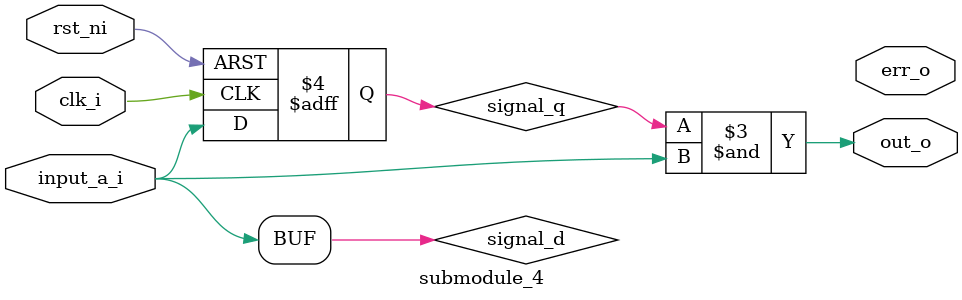
<source format=v>
module top(
    input wire clk_i,
    inout wire rst_ni,
    input wire input_a_i,
    input wire input_b_i,
    output wire out_o,
    output wire sub_module_err_o,
    (* tmrx_error_sink *)
    output wire err_o
);

    wire signal_d = input_a_i & input_b_i;
    wire res_sub_1_d, res_sub_2_d, res_sub_3_d, res_bb_d;
    reg signal_q;

    wire submod_err_1, submod_err_3, submod_err_3_sub;

    submodule_1 s1(
        .clk_i(clk_i),
        .rst_ni(rst_ni),
        .input_a_i(signal_d),
        .out_o(res_sub_1_d),
        .err_o(submod_err_1)
    );

    submodule_2 s2(
        .input_a_i(input_b_i),
        .out_o(res_sub_2_d)
    );

    submodule_3 s3(
        .clk_i(clk_i),
        .rst_ni(rst_ni),
        .input_a_i(res_sub_2_d),
        .out_o(res_sub_3_d),
        .submod_err_o(submod_err_3_sub),
        .err_o(submod_err_3)
    );

    blackbox_1 bb(
        .clk_i(clk_i),
        .rst_ni(rst_ni),
        .input_a_i(input_a_i),
        .out_o(res_bb_d)
    );

    always @(posedge clk_i or negedge rst_ni) begin
        if(!rst_ni)
            signal_q <=1'b0;
        else
            signal_q <=signal_d;
    end



    assign out_o = signal_q | (res_bb_d & res_sub_3_d) | res_sub_1_d;
    assign sub_module_err_o = submod_err_1 | submod_err_3 | submod_err_3_sub;

endmodule

(* tmrx_logic_path_1_suffix = "_aa" *)
module submodule_1(
    input wire clk_i,
    input wire rst_ni,
    input wire input_a_i,
    output wire out_o,
    (* tmrx_error_sink *)
    output wire err_o
);

    reg signal_q;

    always @(posedge clk_i or negedge rst_ni) begin
        if(!rst_ni)
            signal_q <=1'b0;
        else
            signal_q <=input_a_i;
    end

    assign out_o = signal_q;

endmodule

module submodule_2 (
    input wire input_a_i,
    output wire out_o
);

    assign out_o = !input_a_i;
endmodule

module submodule_3(
    input wire clk_i,
    input wire rst_ni,
    input wire input_a_i,
    output wire out_o,
    output wire submod_err_o,
    (* tmrx_error_sink *)
    output wire err_o
);

    reg signal_q;
    wire signal_d, res_d, inv_d, sub_err;
    assign signal_d = input_a_i ^ res_d;


    submodule_4 sub4 (
        .clk_i(clk_i),
        .rst_ni(rst_ni),
        .input_a_i(signal_q),
        .out_o(res_d),
        .err_o(sub_err)
    );

    submodule_2 sub2 (
        .input_a_i(signal_q),
        .out_o(inv_d)
    );

    always @(posedge clk_i or negedge rst_ni) begin
        if(!rst_ni)
            signal_q <=1'b0;
        else
            signal_q <= signal_d | (res_d ^ inv_d);
    end

    assign out_o = signal_q;
    assign submod_err_o = sub_err;


endmodule


module submodule_4(
    input wire clk_i,
    input wire rst_ni,
    input wire input_a_i,
    output wire out_o,
    (* tmrx_error_sink *)
    output wire err_o
);

    reg signal_q;
    wire signal_d;

    assign signal_d = input_a_i;

    always @(posedge clk_i or negedge rst_ni) begin
        if(!rst_ni)
            signal_q <=1'b0;
        else
            signal_q <= signal_d;
    end

    assign out_o = signal_q & signal_d;

endmodule

(* blackbox *)
module blackbox_1(
    input wire clk_i,
    input wire rst_ni,
    input wire input_a_i,
    output wire out_o
);

    reg signal_q;
    wire signal_d;

    assign signal_d = input_a_i;

    always @(posedge clk_i or negedge rst_ni) begin
        if(!rst_ni)
            signal_q <=1'b0;
        else
            signal_q <= signal_d;
    end

    assign out_o = signal_q | signal_d;

endmodule

</source>
